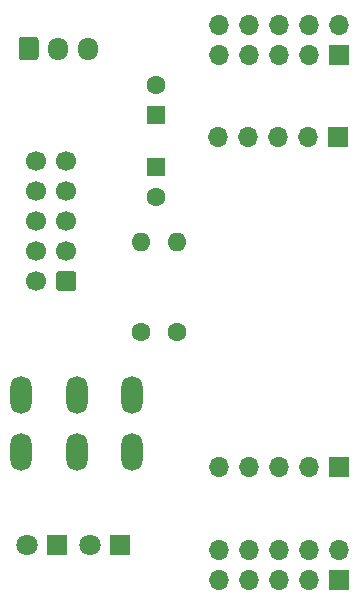
<source format=gbr>
%TF.GenerationSoftware,KiCad,Pcbnew,5.1.9+dfsg1-1~bpo10+1*%
%TF.CreationDate,2022-02-19T16:25:08+08:00*%
%TF.ProjectId,euro2breadboard,6575726f-3262-4726-9561-64626f617264,rev?*%
%TF.SameCoordinates,Original*%
%TF.FileFunction,Soldermask,Bot*%
%TF.FilePolarity,Negative*%
%FSLAX46Y46*%
G04 Gerber Fmt 4.6, Leading zero omitted, Abs format (unit mm)*
G04 Created by KiCad (PCBNEW 5.1.9+dfsg1-1~bpo10+1) date 2022-02-19 16:25:08*
%MOMM*%
%LPD*%
G01*
G04 APERTURE LIST*
%ADD10C,1.600000*%
%ADD11R,1.600000X1.600000*%
%ADD12C,1.700000*%
%ADD13R,1.700000X1.700000*%
%ADD14O,1.700000X1.700000*%
%ADD15O,1.700000X1.950000*%
%ADD16C,1.800000*%
%ADD17R,1.800000X1.800000*%
%ADD18O,1.600000X1.600000*%
%ADD19O,1.800000X3.200000*%
G04 APERTURE END LIST*
D10*
%TO.C,C1*%
X82931000Y-46395000D03*
D11*
X82931000Y-48895000D03*
%TD*%
%TO.C,C2*%
X82931000Y-53340000D03*
D10*
X82931000Y-55840000D03*
%TD*%
%TO.C,J2*%
G36*
G01*
X76161000Y-62392000D02*
X76161000Y-63592000D01*
G75*
G02*
X75911000Y-63842000I-250000J0D01*
G01*
X74711000Y-63842000D01*
G75*
G02*
X74461000Y-63592000I0J250000D01*
G01*
X74461000Y-62392000D01*
G75*
G02*
X74711000Y-62142000I250000J0D01*
G01*
X75911000Y-62142000D01*
G75*
G02*
X76161000Y-62392000I0J-250000D01*
G01*
G37*
D12*
X75311000Y-60452000D03*
X75311000Y-57912000D03*
X75311000Y-55372000D03*
X75311000Y-52832000D03*
X72771000Y-62992000D03*
X72771000Y-60452000D03*
X72771000Y-57912000D03*
X72771000Y-55372000D03*
X72771000Y-52832000D03*
%TD*%
D13*
%TO.C,BB_POWER_PINS1*%
X98425000Y-88265000D03*
D14*
X98425000Y-85725000D03*
X95885000Y-88265000D03*
X95885000Y-85725000D03*
X93345000Y-88265000D03*
X93345000Y-85725000D03*
X90805000Y-88265000D03*
X90805000Y-85725000D03*
X88265000Y-88265000D03*
X88265000Y-85725000D03*
%TD*%
%TO.C,BB_POWER_PINS2*%
X88265000Y-41275000D03*
X88265000Y-43815000D03*
X90805000Y-41275000D03*
X90805000Y-43815000D03*
X93345000Y-41275000D03*
X93345000Y-43815000D03*
X95885000Y-41275000D03*
X95885000Y-43815000D03*
X98425000Y-41275000D03*
D13*
X98425000Y-43815000D03*
%TD*%
%TO.C,J1*%
G36*
G01*
X71286000Y-44032000D02*
X71286000Y-42582000D01*
G75*
G02*
X71536000Y-42332000I250000J0D01*
G01*
X72736000Y-42332000D01*
G75*
G02*
X72986000Y-42582000I0J-250000D01*
G01*
X72986000Y-44032000D01*
G75*
G02*
X72736000Y-44282000I-250000J0D01*
G01*
X71536000Y-44282000D01*
G75*
G02*
X71286000Y-44032000I0J250000D01*
G01*
G37*
D15*
X74636000Y-43307000D03*
X77136000Y-43307000D03*
%TD*%
D13*
%TO.C,NEG_12V_PINS1*%
X98298000Y-50800000D03*
D14*
X95758000Y-50800000D03*
X93218000Y-50800000D03*
X90678000Y-50800000D03*
X88138000Y-50800000D03*
%TD*%
%TO.C,NEG_12V_PINS2*%
X88265000Y-78740000D03*
X90805000Y-78740000D03*
X93345000Y-78740000D03*
X95885000Y-78740000D03*
D13*
X98425000Y-78740000D03*
%TD*%
D16*
%TO.C,-12V*%
X72009000Y-85344000D03*
D17*
X74549000Y-85344000D03*
%TD*%
%TO.C,+12V*%
X79883000Y-85344000D03*
D16*
X77343000Y-85344000D03*
%TD*%
D18*
%TO.C,R1*%
X84709000Y-59690000D03*
D10*
X84709000Y-67310000D03*
%TD*%
%TO.C,R2*%
X81661000Y-67310000D03*
D18*
X81661000Y-59690000D03*
%TD*%
D19*
%TO.C,SW1*%
X76200000Y-72657000D03*
X80900000Y-72657000D03*
X71500000Y-72657000D03*
X76200000Y-77457000D03*
X80900000Y-77457000D03*
X71500000Y-77457000D03*
%TD*%
M02*

</source>
